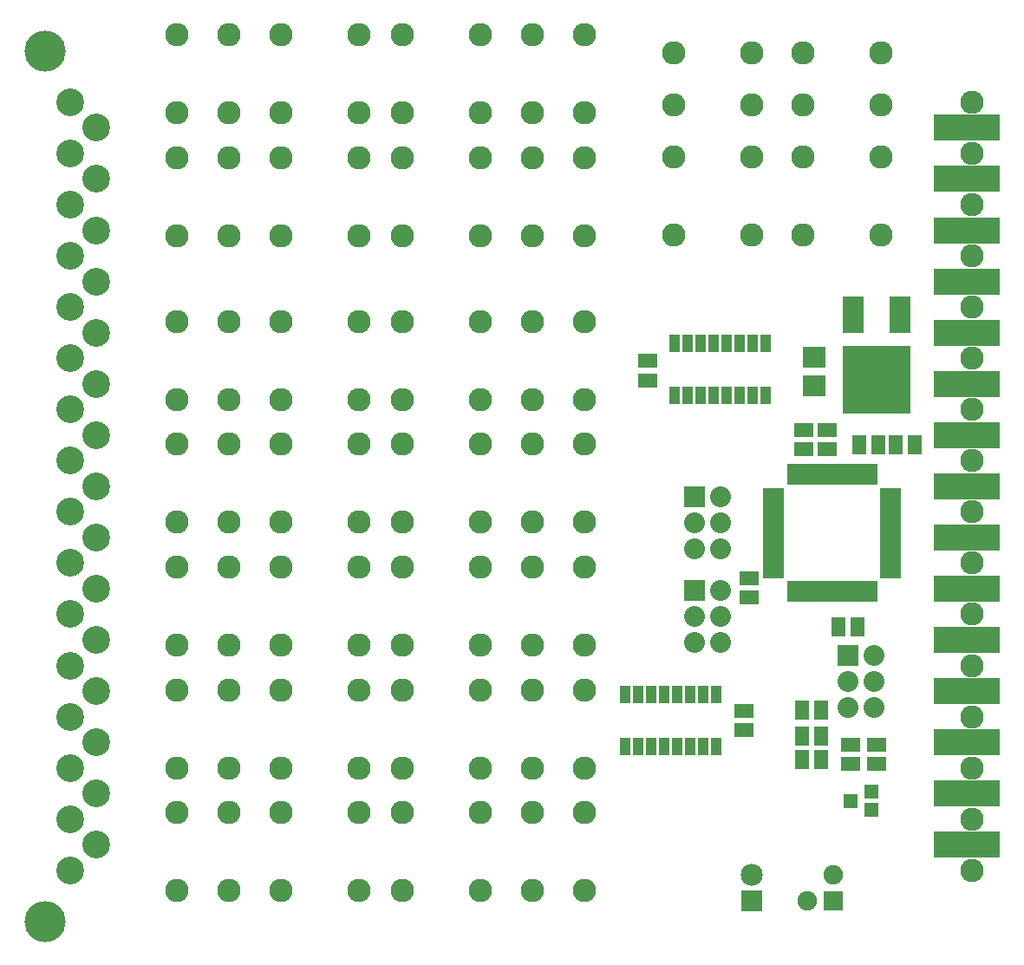
<source format=gts>
G04 #@! TF.GenerationSoftware,KiCad,Pcbnew,(5.1.5)-3*
G04 #@! TF.CreationDate,2021-08-30T19:37:19+02:00*
G04 #@! TF.ProjectId,fsz,66737a2e-6b69-4636-9164-5f7063625858,0427 -*
G04 #@! TF.SameCoordinates,Original*
G04 #@! TF.FileFunction,Soldermask,Top*
G04 #@! TF.FilePolarity,Negative*
%FSLAX46Y46*%
G04 Gerber Fmt 4.6, Leading zero omitted, Abs format (unit mm)*
G04 Created by KiCad (PCBNEW (5.1.5)-3) date 2021-08-30 19:37:19*
%MOMM*%
%LPD*%
G04 APERTURE LIST*
%ADD10R,1.905000X1.397000*%
%ADD11R,2.159000X2.159000*%
%ADD12C,2.159000*%
%ADD13R,2.311400X2.108200*%
%ADD14R,1.397000X1.905000*%
%ADD15R,1.016000X1.651000*%
%ADD16C,4.008120*%
%ADD17C,2.707640*%
%ADD18C,2.286000*%
%ADD19R,6.507480X2.506980*%
%ADD20R,2.032000X2.032000*%
%ADD21C,2.032000*%
%ADD22R,1.422400X1.422400*%
%ADD23C,1.905000*%
%ADD24R,1.905000X1.905000*%
%ADD25R,2.159000X3.556000*%
%ADD26R,6.604000X6.604000*%
%ADD27R,2.032000X0.914400*%
%ADD28R,0.914400X2.032000*%
G04 APERTURE END LIST*
D10*
X139446000Y-123507500D03*
X139446000Y-125412500D03*
X130048000Y-91249500D03*
X130048000Y-89344500D03*
D11*
X140208000Y-142113000D03*
D12*
X140208000Y-139573000D03*
D13*
X146304000Y-91821000D03*
X146304000Y-89027000D03*
D10*
X147574000Y-96075500D03*
X147574000Y-97980500D03*
X139954000Y-112458500D03*
X139954000Y-110553500D03*
D14*
X150558500Y-115316000D03*
X148653500Y-115316000D03*
X156146500Y-97536000D03*
X154241500Y-97536000D03*
D15*
X136779000Y-121920000D03*
X135509000Y-121920000D03*
X134239000Y-121920000D03*
X132969000Y-121920000D03*
X131699000Y-121920000D03*
X130429000Y-121920000D03*
X129159000Y-121920000D03*
X127889000Y-121920000D03*
X127889000Y-127000000D03*
X129159000Y-127000000D03*
X130429000Y-127000000D03*
X131699000Y-127000000D03*
X132969000Y-127000000D03*
X134239000Y-127000000D03*
X135509000Y-127000000D03*
X136779000Y-127000000D03*
X132715000Y-87630000D03*
X133985000Y-87630000D03*
X135255000Y-87630000D03*
X136525000Y-87630000D03*
X137795000Y-87630000D03*
X139065000Y-87630000D03*
X140335000Y-87630000D03*
X141605000Y-87630000D03*
X141605000Y-92710000D03*
X140335000Y-92710000D03*
X139065000Y-92710000D03*
X137795000Y-92710000D03*
X136525000Y-92710000D03*
X135255000Y-92710000D03*
X133985000Y-92710000D03*
X132715000Y-92710000D03*
D16*
X71198740Y-144101820D03*
D17*
X73700640Y-64099440D03*
X73698100Y-104099360D03*
X73698100Y-109100620D03*
X73698100Y-119100600D03*
X73698100Y-114099340D03*
X73698100Y-134099300D03*
X73698100Y-139100560D03*
X73698100Y-129100580D03*
X73698100Y-124099320D03*
X73698100Y-84099400D03*
X73698100Y-89100660D03*
X73698100Y-99100640D03*
X73698100Y-94099380D03*
X73698100Y-74099420D03*
X73698100Y-79100680D03*
X73698100Y-69100700D03*
X76200000Y-66601340D03*
X76200000Y-76601320D03*
X76200000Y-71600060D03*
X76200000Y-91600020D03*
X76200000Y-96601280D03*
X76200000Y-86601300D03*
X76200000Y-81600040D03*
X76200000Y-121599960D03*
X76200000Y-126601220D03*
X76200000Y-136601200D03*
X76200000Y-131599940D03*
X76200000Y-111599980D03*
X76200000Y-116601240D03*
X76200000Y-106601260D03*
X76200000Y-101600000D03*
D16*
X71198740Y-59100720D03*
D18*
X161719260Y-139100560D03*
D19*
X161218880Y-136601200D03*
D18*
X161719260Y-134099300D03*
D19*
X161218880Y-131599940D03*
D18*
X161719260Y-129100580D03*
D19*
X161218880Y-126601220D03*
D18*
X161719260Y-124099320D03*
D19*
X161218880Y-121599960D03*
D18*
X161719260Y-119100600D03*
D19*
X161218880Y-116601240D03*
D18*
X161719260Y-114099340D03*
D19*
X161218880Y-111599980D03*
D18*
X161719260Y-109100620D03*
D19*
X161218880Y-106601260D03*
D18*
X161719260Y-104099360D03*
D19*
X161218880Y-101600000D03*
D18*
X161719260Y-99100640D03*
D19*
X161218880Y-96601280D03*
D18*
X161719260Y-94099380D03*
D19*
X161218880Y-91600020D03*
D18*
X161719260Y-89100660D03*
D19*
X161218880Y-86601300D03*
D18*
X161719260Y-84099400D03*
D19*
X161218880Y-81600040D03*
D18*
X161719260Y-79100680D03*
D19*
X161218880Y-76601320D03*
D18*
X161719260Y-74099420D03*
D19*
X161218880Y-71600060D03*
D18*
X161719260Y-69100700D03*
D19*
X161218880Y-66601340D03*
D18*
X161719260Y-64099440D03*
D20*
X149606000Y-118110000D03*
D21*
X152146000Y-118110000D03*
X149606000Y-120650000D03*
X152146000Y-120650000D03*
X149606000Y-123190000D03*
X152146000Y-123190000D03*
X137160000Y-107696000D03*
X134620000Y-107696000D03*
X137160000Y-105156000D03*
X134620000Y-105156000D03*
X137160000Y-102616000D03*
D20*
X134620000Y-102616000D03*
X134620000Y-111760000D03*
D21*
X137160000Y-111760000D03*
X134620000Y-114300000D03*
X137160000Y-114300000D03*
X134620000Y-116840000D03*
X137160000Y-116840000D03*
D14*
X150685500Y-97536000D03*
X152590500Y-97536000D03*
D22*
X151892000Y-131445000D03*
X151892000Y-133223000D03*
X149860000Y-132334000D03*
D10*
X145288000Y-97980500D03*
X145288000Y-96075500D03*
X149860000Y-128714500D03*
X149860000Y-126809500D03*
X152400000Y-126809500D03*
X152400000Y-128714500D03*
D14*
X145097500Y-125984000D03*
X147002500Y-125984000D03*
X145097500Y-128270000D03*
X147002500Y-128270000D03*
X147002500Y-123444000D03*
X145097500Y-123444000D03*
D18*
X123890000Y-133490000D03*
X118810000Y-133490000D03*
X113730000Y-133490000D03*
X123890000Y-141110000D03*
X118810000Y-141110000D03*
X113730000Y-141110000D03*
X106110000Y-133490000D03*
X106110000Y-141110000D03*
X84110000Y-141110000D03*
X89190000Y-141110000D03*
X94270000Y-141110000D03*
X84110000Y-133490000D03*
X89190000Y-133490000D03*
X94270000Y-133490000D03*
X101890000Y-141110000D03*
X101890000Y-133490000D03*
X101890000Y-121490000D03*
X101890000Y-129110000D03*
X94270000Y-121490000D03*
X89190000Y-121490000D03*
X84110000Y-121490000D03*
X94270000Y-129110000D03*
X89190000Y-129110000D03*
X84110000Y-129110000D03*
X101890000Y-109490000D03*
X101890000Y-117110000D03*
X94270000Y-109490000D03*
X89190000Y-109490000D03*
X84110000Y-109490000D03*
X94270000Y-117110000D03*
X89190000Y-117110000D03*
X84110000Y-117110000D03*
X123890000Y-109490000D03*
X118810000Y-109490000D03*
X113730000Y-109490000D03*
X123890000Y-117110000D03*
X118810000Y-117110000D03*
X113730000Y-117110000D03*
X106110000Y-109490000D03*
X106110000Y-117110000D03*
X101890000Y-97490000D03*
X101890000Y-105110000D03*
X94270000Y-97490000D03*
X89190000Y-97490000D03*
X84110000Y-97490000D03*
X94270000Y-105110000D03*
X89190000Y-105110000D03*
X84110000Y-105110000D03*
X106110000Y-105110000D03*
X106110000Y-97490000D03*
X113730000Y-105110000D03*
X118810000Y-105110000D03*
X123890000Y-105110000D03*
X113730000Y-97490000D03*
X118810000Y-97490000D03*
X123890000Y-97490000D03*
X123890000Y-121490000D03*
X118810000Y-121490000D03*
X113730000Y-121490000D03*
X123890000Y-129110000D03*
X118810000Y-129110000D03*
X113730000Y-129110000D03*
X106110000Y-121490000D03*
X106110000Y-129110000D03*
X84110000Y-93110000D03*
X89190000Y-93110000D03*
X94270000Y-93110000D03*
X84110000Y-85490000D03*
X89190000Y-85490000D03*
X94270000Y-85490000D03*
X101890000Y-93110000D03*
X101890000Y-85490000D03*
X106110000Y-93110000D03*
X106110000Y-85490000D03*
X113730000Y-93110000D03*
X118810000Y-93110000D03*
X123890000Y-93110000D03*
X113730000Y-85490000D03*
X118810000Y-85490000D03*
X123890000Y-85490000D03*
X152810000Y-77090000D03*
X145190000Y-77090000D03*
X152810000Y-69470000D03*
X152810000Y-64390000D03*
X152810000Y-59310000D03*
X145190000Y-69470000D03*
X145190000Y-64390000D03*
X145190000Y-59310000D03*
X140210000Y-77090000D03*
X132590000Y-77090000D03*
X140210000Y-69470000D03*
X140210000Y-64390000D03*
X140210000Y-59310000D03*
X132590000Y-69470000D03*
X132590000Y-64390000D03*
X132590000Y-59310000D03*
X84110000Y-77110000D03*
X89190000Y-77110000D03*
X94270000Y-77110000D03*
X84110000Y-69490000D03*
X89190000Y-69490000D03*
X94270000Y-69490000D03*
X101890000Y-77110000D03*
X101890000Y-69490000D03*
X106110000Y-77110000D03*
X106110000Y-69490000D03*
X113730000Y-77110000D03*
X118810000Y-77110000D03*
X123890000Y-77110000D03*
X113730000Y-69490000D03*
X118810000Y-69490000D03*
X123890000Y-69490000D03*
X84110000Y-65110000D03*
X89190000Y-65110000D03*
X94270000Y-65110000D03*
X84110000Y-57490000D03*
X89190000Y-57490000D03*
X94270000Y-57490000D03*
X101890000Y-65110000D03*
X101890000Y-57490000D03*
X123890000Y-57490000D03*
X118810000Y-57490000D03*
X113730000Y-57490000D03*
X123890000Y-65110000D03*
X118810000Y-65110000D03*
X113730000Y-65110000D03*
X106110000Y-57490000D03*
X106110000Y-65110000D03*
D23*
X145669000Y-142113000D03*
D24*
X148209000Y-142113000D03*
D23*
X148209000Y-139573000D03*
D25*
X154686000Y-84836000D03*
D26*
X152400000Y-91186000D03*
D25*
X150114000Y-84836000D03*
D27*
X153797000Y-106172000D03*
X153797000Y-105371900D03*
X153797000Y-104571800D03*
X153797000Y-103771700D03*
X153797000Y-102971600D03*
X153797000Y-102171500D03*
X153797000Y-106972100D03*
X153797000Y-107772200D03*
X153797000Y-108572300D03*
X153797000Y-109372400D03*
X153797000Y-110172500D03*
X142367000Y-106172000D03*
X142367000Y-105371900D03*
X142367000Y-104571800D03*
X142367000Y-103771700D03*
X142367000Y-102971600D03*
X142367000Y-102171500D03*
X142367000Y-106972100D03*
X142367000Y-107772200D03*
X142367000Y-108572300D03*
X142367000Y-109372400D03*
X142367000Y-110172500D03*
D28*
X148082000Y-100457000D03*
X148082000Y-111887000D03*
X147281900Y-100457000D03*
X147281900Y-111887000D03*
X146481800Y-111887000D03*
X146481800Y-100457000D03*
X145681700Y-100457000D03*
X145681700Y-111887000D03*
X144881600Y-111887000D03*
X144881600Y-100457000D03*
X144081500Y-100457000D03*
X144081500Y-111887000D03*
X148882100Y-111887000D03*
X148882100Y-100457000D03*
X149682200Y-100457000D03*
X149682200Y-111887000D03*
X150482300Y-111887000D03*
X150482300Y-100457000D03*
X151282400Y-100457000D03*
X151282400Y-111887000D03*
X152082500Y-111887000D03*
X152082500Y-100457000D03*
M02*

</source>
